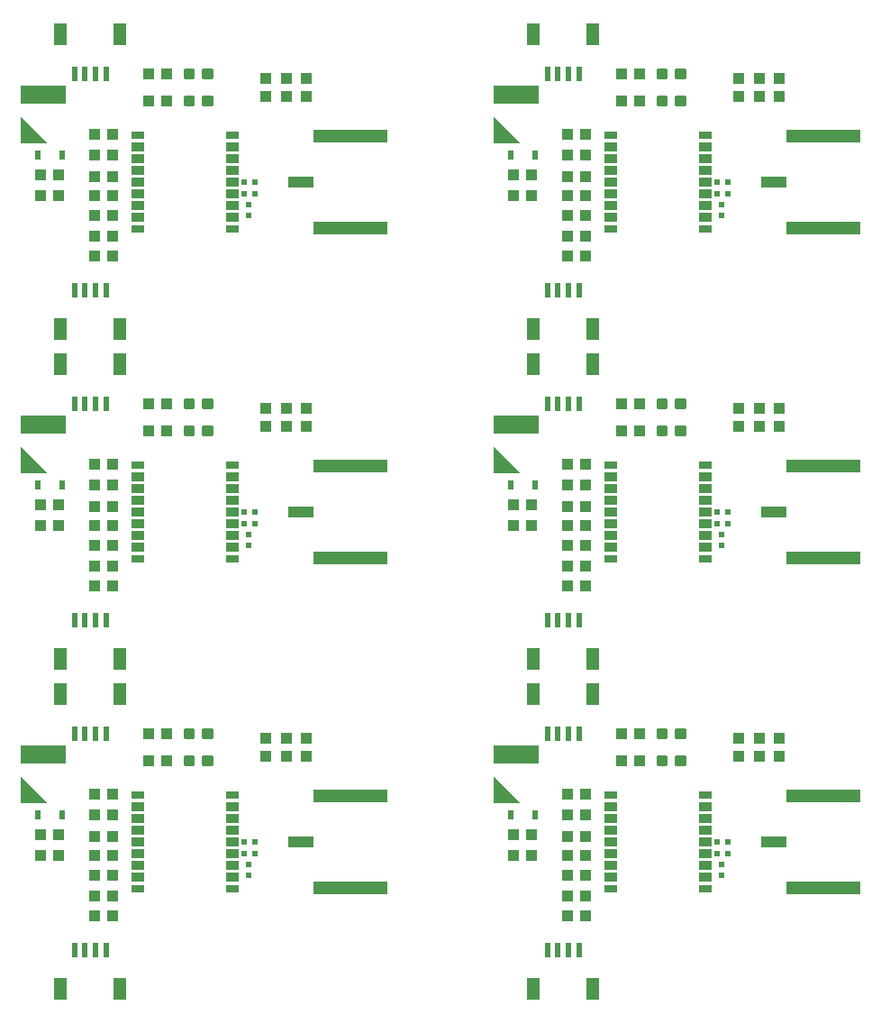
<source format=gtp>
G04 EAGLE Gerber RS-274X export*
G75*
%MOMM*%
%FSLAX34Y34*%
%LPD*%
%INSolderpaste Top*%
%IPPOS*%
%AMOC8*
5,1,8,0,0,1.08239X$1,22.5*%
G01*
%ADD10R,1.200000X2.000000*%
%ADD11R,0.600000X1.350000*%
%ADD12R,1.100000X1.000000*%
%ADD13R,4.200000X1.700000*%
%ADD14C,0.300000*%
%ADD15R,0.630000X0.830000*%
%ADD16R,1.000000X1.100000*%
%ADD17R,0.600000X0.600000*%
%ADD18R,1.300000X0.800000*%
%ADD19R,1.300000X0.900000*%
%ADD20R,2.400000X1.100000*%
%ADD21R,7.000000X1.250000*%

G36*
X505242Y808623D02*
X505242Y808623D01*
X505286Y808626D01*
X505308Y808642D01*
X505334Y808650D01*
X505363Y808683D01*
X505398Y808709D01*
X505408Y808735D01*
X505426Y808755D01*
X505433Y808799D01*
X505448Y808839D01*
X505443Y808866D01*
X505447Y808893D01*
X505429Y808934D01*
X505420Y808976D01*
X505394Y809012D01*
X505390Y809021D01*
X505385Y809025D01*
X505376Y809036D01*
X481376Y833036D01*
X481338Y833057D01*
X481305Y833086D01*
X481278Y833090D01*
X481254Y833103D01*
X481210Y833100D01*
X481167Y833107D01*
X481142Y833096D01*
X481114Y833094D01*
X481079Y833068D01*
X481039Y833050D01*
X481024Y833027D01*
X481002Y833011D01*
X480986Y832970D01*
X480962Y832934D01*
X480955Y832890D01*
X480952Y832881D01*
X480953Y832874D01*
X480951Y832860D01*
X480951Y808860D01*
X480956Y808844D01*
X480953Y808827D01*
X480975Y808777D01*
X480990Y808726D01*
X481003Y808715D01*
X481010Y808699D01*
X481055Y808669D01*
X481095Y808634D01*
X481112Y808631D01*
X481127Y808622D01*
X481200Y808611D01*
X505200Y808611D01*
X505242Y808623D01*
G37*
G36*
X60742Y808623D02*
X60742Y808623D01*
X60786Y808626D01*
X60808Y808642D01*
X60834Y808650D01*
X60863Y808683D01*
X60898Y808709D01*
X60908Y808735D01*
X60926Y808755D01*
X60933Y808799D01*
X60948Y808839D01*
X60943Y808866D01*
X60947Y808893D01*
X60929Y808934D01*
X60920Y808976D01*
X60894Y809012D01*
X60890Y809021D01*
X60885Y809025D01*
X60876Y809036D01*
X36876Y833036D01*
X36838Y833057D01*
X36805Y833086D01*
X36778Y833090D01*
X36754Y833103D01*
X36710Y833100D01*
X36667Y833107D01*
X36642Y833096D01*
X36614Y833094D01*
X36579Y833068D01*
X36539Y833050D01*
X36524Y833027D01*
X36502Y833011D01*
X36486Y832970D01*
X36462Y832934D01*
X36455Y832890D01*
X36452Y832881D01*
X36453Y832874D01*
X36451Y832860D01*
X36451Y808860D01*
X36456Y808844D01*
X36453Y808827D01*
X36475Y808777D01*
X36490Y808726D01*
X36503Y808715D01*
X36510Y808699D01*
X36555Y808669D01*
X36595Y808634D01*
X36612Y808631D01*
X36627Y808622D01*
X36700Y808611D01*
X60700Y808611D01*
X60742Y808623D01*
G37*
G36*
X505242Y498743D02*
X505242Y498743D01*
X505286Y498746D01*
X505308Y498762D01*
X505334Y498770D01*
X505363Y498803D01*
X505398Y498829D01*
X505408Y498855D01*
X505426Y498875D01*
X505433Y498919D01*
X505448Y498959D01*
X505443Y498986D01*
X505447Y499013D01*
X505429Y499054D01*
X505420Y499096D01*
X505394Y499132D01*
X505390Y499141D01*
X505385Y499145D01*
X505376Y499156D01*
X481376Y523156D01*
X481338Y523177D01*
X481305Y523206D01*
X481278Y523210D01*
X481254Y523223D01*
X481210Y523220D01*
X481167Y523227D01*
X481142Y523216D01*
X481114Y523214D01*
X481079Y523188D01*
X481039Y523170D01*
X481024Y523147D01*
X481002Y523131D01*
X480986Y523090D01*
X480962Y523054D01*
X480955Y523010D01*
X480952Y523001D01*
X480953Y522994D01*
X480951Y522980D01*
X480951Y498980D01*
X480956Y498964D01*
X480953Y498947D01*
X480975Y498897D01*
X480990Y498846D01*
X481003Y498835D01*
X481010Y498819D01*
X481055Y498789D01*
X481095Y498754D01*
X481112Y498751D01*
X481127Y498742D01*
X481200Y498731D01*
X505200Y498731D01*
X505242Y498743D01*
G37*
G36*
X60742Y498743D02*
X60742Y498743D01*
X60786Y498746D01*
X60808Y498762D01*
X60834Y498770D01*
X60863Y498803D01*
X60898Y498829D01*
X60908Y498855D01*
X60926Y498875D01*
X60933Y498919D01*
X60948Y498959D01*
X60943Y498986D01*
X60947Y499013D01*
X60929Y499054D01*
X60920Y499096D01*
X60894Y499132D01*
X60890Y499141D01*
X60885Y499145D01*
X60876Y499156D01*
X36876Y523156D01*
X36838Y523177D01*
X36805Y523206D01*
X36778Y523210D01*
X36754Y523223D01*
X36710Y523220D01*
X36667Y523227D01*
X36642Y523216D01*
X36614Y523214D01*
X36579Y523188D01*
X36539Y523170D01*
X36524Y523147D01*
X36502Y523131D01*
X36486Y523090D01*
X36462Y523054D01*
X36455Y523010D01*
X36452Y523001D01*
X36453Y522994D01*
X36451Y522980D01*
X36451Y498980D01*
X36456Y498964D01*
X36453Y498947D01*
X36475Y498897D01*
X36490Y498846D01*
X36503Y498835D01*
X36510Y498819D01*
X36555Y498789D01*
X36595Y498754D01*
X36612Y498751D01*
X36627Y498742D01*
X36700Y498731D01*
X60700Y498731D01*
X60742Y498743D01*
G37*
G36*
X505242Y188863D02*
X505242Y188863D01*
X505286Y188866D01*
X505308Y188882D01*
X505334Y188890D01*
X505363Y188923D01*
X505398Y188949D01*
X505408Y188975D01*
X505426Y188995D01*
X505433Y189039D01*
X505448Y189079D01*
X505443Y189106D01*
X505447Y189133D01*
X505429Y189174D01*
X505420Y189216D01*
X505394Y189252D01*
X505390Y189261D01*
X505385Y189265D01*
X505376Y189276D01*
X481376Y213276D01*
X481338Y213297D01*
X481305Y213326D01*
X481278Y213330D01*
X481254Y213343D01*
X481210Y213340D01*
X481167Y213347D01*
X481142Y213336D01*
X481114Y213334D01*
X481079Y213308D01*
X481039Y213290D01*
X481024Y213267D01*
X481002Y213251D01*
X480986Y213210D01*
X480962Y213174D01*
X480955Y213130D01*
X480952Y213121D01*
X480953Y213114D01*
X480951Y213100D01*
X480951Y189100D01*
X480956Y189084D01*
X480953Y189067D01*
X480975Y189017D01*
X480990Y188966D01*
X481003Y188955D01*
X481010Y188939D01*
X481055Y188909D01*
X481095Y188874D01*
X481112Y188871D01*
X481127Y188862D01*
X481200Y188851D01*
X505200Y188851D01*
X505242Y188863D01*
G37*
G36*
X60742Y188863D02*
X60742Y188863D01*
X60786Y188866D01*
X60808Y188882D01*
X60834Y188890D01*
X60863Y188923D01*
X60898Y188949D01*
X60908Y188975D01*
X60926Y188995D01*
X60933Y189039D01*
X60948Y189079D01*
X60943Y189106D01*
X60947Y189133D01*
X60929Y189174D01*
X60920Y189216D01*
X60894Y189252D01*
X60890Y189261D01*
X60885Y189265D01*
X60876Y189276D01*
X36876Y213276D01*
X36838Y213297D01*
X36805Y213326D01*
X36778Y213330D01*
X36754Y213343D01*
X36710Y213340D01*
X36667Y213347D01*
X36642Y213336D01*
X36614Y213334D01*
X36579Y213308D01*
X36539Y213290D01*
X36524Y213267D01*
X36502Y213251D01*
X36486Y213210D01*
X36462Y213174D01*
X36455Y213130D01*
X36452Y213121D01*
X36453Y213114D01*
X36451Y213100D01*
X36451Y189100D01*
X36456Y189084D01*
X36453Y189067D01*
X36475Y189017D01*
X36490Y188966D01*
X36503Y188955D01*
X36510Y188939D01*
X36555Y188909D01*
X36595Y188874D01*
X36612Y188871D01*
X36627Y188862D01*
X36700Y188851D01*
X60700Y188851D01*
X60742Y188863D01*
G37*
D10*
X73600Y14050D03*
X129600Y14050D03*
D11*
X86600Y50800D03*
X96600Y50800D03*
X106600Y50800D03*
X116600Y50800D03*
D10*
X129600Y290750D03*
X73600Y290750D03*
D11*
X116600Y254000D03*
X106600Y254000D03*
X96600Y254000D03*
X86600Y254000D03*
D12*
X122800Y196850D03*
X105800Y196850D03*
X122800Y177800D03*
X105800Y177800D03*
X55000Y139700D03*
X72000Y139700D03*
D13*
X57500Y234400D03*
D12*
X105800Y82550D03*
X122800Y82550D03*
X105800Y101600D03*
X122800Y101600D03*
D14*
X208470Y250500D02*
X208470Y257500D01*
X215470Y257500D01*
X215470Y250500D01*
X208470Y250500D01*
X208470Y253350D02*
X215470Y253350D01*
X215470Y256200D02*
X208470Y256200D01*
X190930Y257500D02*
X190930Y250500D01*
X190930Y257500D02*
X197930Y257500D01*
X197930Y250500D01*
X190930Y250500D01*
X190930Y253350D02*
X197930Y253350D01*
X197930Y256200D02*
X190930Y256200D01*
D15*
X52000Y177800D03*
X75000Y177800D03*
D12*
X55000Y158750D03*
X72000Y158750D03*
X173600Y254000D03*
X156600Y254000D03*
D16*
X304800Y232800D03*
X304800Y249800D03*
X285750Y232800D03*
X285750Y249800D03*
D14*
X208470Y232100D02*
X208470Y225100D01*
X208470Y232100D02*
X215470Y232100D01*
X215470Y225100D01*
X208470Y225100D01*
X208470Y227950D02*
X215470Y227950D01*
X215470Y230800D02*
X208470Y230800D01*
X190930Y232100D02*
X190930Y225100D01*
X190930Y232100D02*
X197930Y232100D01*
X197930Y225100D01*
X190930Y225100D01*
X190930Y227950D02*
X197930Y227950D01*
X197930Y230800D02*
X190930Y230800D01*
D12*
X173600Y228600D03*
X156600Y228600D03*
D17*
X246460Y140970D03*
X256460Y140970D03*
X256460Y152400D03*
X246460Y152400D03*
D12*
X122800Y139700D03*
X105800Y139700D03*
X122800Y120650D03*
X105800Y120650D03*
D16*
X266700Y232800D03*
X266700Y249800D03*
D12*
X122800Y157480D03*
X105800Y157480D03*
D18*
X146000Y196400D03*
D19*
X146000Y185400D03*
X146000Y174400D03*
X146000Y163400D03*
X146000Y152400D03*
X146000Y141400D03*
X146000Y130400D03*
X146000Y119400D03*
D18*
X146000Y108400D03*
X235000Y108400D03*
D19*
X235000Y119400D03*
X235000Y130400D03*
X235000Y141400D03*
X235000Y152400D03*
X235000Y163400D03*
X235000Y174400D03*
X235000Y185400D03*
D18*
X235000Y196400D03*
D17*
X250190Y120730D03*
X250190Y130730D03*
D20*
X299100Y152400D03*
D21*
X346000Y195450D03*
X346000Y109350D03*
D10*
X518100Y14050D03*
X574100Y14050D03*
D11*
X531100Y50800D03*
X541100Y50800D03*
X551100Y50800D03*
X561100Y50800D03*
D10*
X574100Y290750D03*
X518100Y290750D03*
D11*
X561100Y254000D03*
X551100Y254000D03*
X541100Y254000D03*
X531100Y254000D03*
D12*
X567300Y196850D03*
X550300Y196850D03*
X567300Y177800D03*
X550300Y177800D03*
X499500Y139700D03*
X516500Y139700D03*
D13*
X502000Y234400D03*
D12*
X550300Y82550D03*
X567300Y82550D03*
X550300Y101600D03*
X567300Y101600D03*
D14*
X652970Y250500D02*
X652970Y257500D01*
X659970Y257500D01*
X659970Y250500D01*
X652970Y250500D01*
X652970Y253350D02*
X659970Y253350D01*
X659970Y256200D02*
X652970Y256200D01*
X635430Y257500D02*
X635430Y250500D01*
X635430Y257500D02*
X642430Y257500D01*
X642430Y250500D01*
X635430Y250500D01*
X635430Y253350D02*
X642430Y253350D01*
X642430Y256200D02*
X635430Y256200D01*
D15*
X496500Y177800D03*
X519500Y177800D03*
D12*
X499500Y158750D03*
X516500Y158750D03*
X618100Y254000D03*
X601100Y254000D03*
D16*
X749300Y232800D03*
X749300Y249800D03*
X730250Y232800D03*
X730250Y249800D03*
D14*
X652970Y232100D02*
X652970Y225100D01*
X652970Y232100D02*
X659970Y232100D01*
X659970Y225100D01*
X652970Y225100D01*
X652970Y227950D02*
X659970Y227950D01*
X659970Y230800D02*
X652970Y230800D01*
X635430Y232100D02*
X635430Y225100D01*
X635430Y232100D02*
X642430Y232100D01*
X642430Y225100D01*
X635430Y225100D01*
X635430Y227950D02*
X642430Y227950D01*
X642430Y230800D02*
X635430Y230800D01*
D12*
X618100Y228600D03*
X601100Y228600D03*
D17*
X690960Y140970D03*
X700960Y140970D03*
X700960Y152400D03*
X690960Y152400D03*
D12*
X567300Y139700D03*
X550300Y139700D03*
X567300Y120650D03*
X550300Y120650D03*
D16*
X711200Y232800D03*
X711200Y249800D03*
D12*
X567300Y157480D03*
X550300Y157480D03*
D18*
X590500Y196400D03*
D19*
X590500Y185400D03*
X590500Y174400D03*
X590500Y163400D03*
X590500Y152400D03*
X590500Y141400D03*
X590500Y130400D03*
X590500Y119400D03*
D18*
X590500Y108400D03*
X679500Y108400D03*
D19*
X679500Y119400D03*
X679500Y130400D03*
X679500Y141400D03*
X679500Y152400D03*
X679500Y163400D03*
X679500Y174400D03*
X679500Y185400D03*
D18*
X679500Y196400D03*
D17*
X694690Y120730D03*
X694690Y130730D03*
D20*
X743600Y152400D03*
D21*
X790500Y195450D03*
X790500Y109350D03*
D10*
X73600Y323930D03*
X129600Y323930D03*
D11*
X86600Y360680D03*
X96600Y360680D03*
X106600Y360680D03*
X116600Y360680D03*
D10*
X129600Y600630D03*
X73600Y600630D03*
D11*
X116600Y563880D03*
X106600Y563880D03*
X96600Y563880D03*
X86600Y563880D03*
D12*
X122800Y506730D03*
X105800Y506730D03*
X122800Y487680D03*
X105800Y487680D03*
X55000Y449580D03*
X72000Y449580D03*
D13*
X57500Y544280D03*
D12*
X105800Y392430D03*
X122800Y392430D03*
X105800Y411480D03*
X122800Y411480D03*
D14*
X208470Y560380D02*
X208470Y567380D01*
X215470Y567380D01*
X215470Y560380D01*
X208470Y560380D01*
X208470Y563230D02*
X215470Y563230D01*
X215470Y566080D02*
X208470Y566080D01*
X190930Y567380D02*
X190930Y560380D01*
X190930Y567380D02*
X197930Y567380D01*
X197930Y560380D01*
X190930Y560380D01*
X190930Y563230D02*
X197930Y563230D01*
X197930Y566080D02*
X190930Y566080D01*
D15*
X52000Y487680D03*
X75000Y487680D03*
D12*
X55000Y468630D03*
X72000Y468630D03*
X173600Y563880D03*
X156600Y563880D03*
D16*
X304800Y542680D03*
X304800Y559680D03*
X285750Y542680D03*
X285750Y559680D03*
D14*
X208470Y541980D02*
X208470Y534980D01*
X208470Y541980D02*
X215470Y541980D01*
X215470Y534980D01*
X208470Y534980D01*
X208470Y537830D02*
X215470Y537830D01*
X215470Y540680D02*
X208470Y540680D01*
X190930Y541980D02*
X190930Y534980D01*
X190930Y541980D02*
X197930Y541980D01*
X197930Y534980D01*
X190930Y534980D01*
X190930Y537830D02*
X197930Y537830D01*
X197930Y540680D02*
X190930Y540680D01*
D12*
X173600Y538480D03*
X156600Y538480D03*
D17*
X246460Y450850D03*
X256460Y450850D03*
X256460Y462280D03*
X246460Y462280D03*
D12*
X122800Y449580D03*
X105800Y449580D03*
X122800Y430530D03*
X105800Y430530D03*
D16*
X266700Y542680D03*
X266700Y559680D03*
D12*
X122800Y467360D03*
X105800Y467360D03*
D18*
X146000Y506280D03*
D19*
X146000Y495280D03*
X146000Y484280D03*
X146000Y473280D03*
X146000Y462280D03*
X146000Y451280D03*
X146000Y440280D03*
X146000Y429280D03*
D18*
X146000Y418280D03*
X235000Y418280D03*
D19*
X235000Y429280D03*
X235000Y440280D03*
X235000Y451280D03*
X235000Y462280D03*
X235000Y473280D03*
X235000Y484280D03*
X235000Y495280D03*
D18*
X235000Y506280D03*
D17*
X250190Y430610D03*
X250190Y440610D03*
D20*
X299100Y462280D03*
D21*
X346000Y505330D03*
X346000Y419230D03*
D10*
X518100Y323930D03*
X574100Y323930D03*
D11*
X531100Y360680D03*
X541100Y360680D03*
X551100Y360680D03*
X561100Y360680D03*
D10*
X574100Y600630D03*
X518100Y600630D03*
D11*
X561100Y563880D03*
X551100Y563880D03*
X541100Y563880D03*
X531100Y563880D03*
D12*
X567300Y506730D03*
X550300Y506730D03*
X567300Y487680D03*
X550300Y487680D03*
X499500Y449580D03*
X516500Y449580D03*
D13*
X502000Y544280D03*
D12*
X550300Y392430D03*
X567300Y392430D03*
X550300Y411480D03*
X567300Y411480D03*
D14*
X652970Y560380D02*
X652970Y567380D01*
X659970Y567380D01*
X659970Y560380D01*
X652970Y560380D01*
X652970Y563230D02*
X659970Y563230D01*
X659970Y566080D02*
X652970Y566080D01*
X635430Y567380D02*
X635430Y560380D01*
X635430Y567380D02*
X642430Y567380D01*
X642430Y560380D01*
X635430Y560380D01*
X635430Y563230D02*
X642430Y563230D01*
X642430Y566080D02*
X635430Y566080D01*
D15*
X496500Y487680D03*
X519500Y487680D03*
D12*
X499500Y468630D03*
X516500Y468630D03*
X618100Y563880D03*
X601100Y563880D03*
D16*
X749300Y542680D03*
X749300Y559680D03*
X730250Y542680D03*
X730250Y559680D03*
D14*
X652970Y541980D02*
X652970Y534980D01*
X652970Y541980D02*
X659970Y541980D01*
X659970Y534980D01*
X652970Y534980D01*
X652970Y537830D02*
X659970Y537830D01*
X659970Y540680D02*
X652970Y540680D01*
X635430Y541980D02*
X635430Y534980D01*
X635430Y541980D02*
X642430Y541980D01*
X642430Y534980D01*
X635430Y534980D01*
X635430Y537830D02*
X642430Y537830D01*
X642430Y540680D02*
X635430Y540680D01*
D12*
X618100Y538480D03*
X601100Y538480D03*
D17*
X690960Y450850D03*
X700960Y450850D03*
X700960Y462280D03*
X690960Y462280D03*
D12*
X567300Y449580D03*
X550300Y449580D03*
X567300Y430530D03*
X550300Y430530D03*
D16*
X711200Y542680D03*
X711200Y559680D03*
D12*
X567300Y467360D03*
X550300Y467360D03*
D18*
X590500Y506280D03*
D19*
X590500Y495280D03*
X590500Y484280D03*
X590500Y473280D03*
X590500Y462280D03*
X590500Y451280D03*
X590500Y440280D03*
X590500Y429280D03*
D18*
X590500Y418280D03*
X679500Y418280D03*
D19*
X679500Y429280D03*
X679500Y440280D03*
X679500Y451280D03*
X679500Y462280D03*
X679500Y473280D03*
X679500Y484280D03*
X679500Y495280D03*
D18*
X679500Y506280D03*
D17*
X694690Y430610D03*
X694690Y440610D03*
D20*
X743600Y462280D03*
D21*
X790500Y505330D03*
X790500Y419230D03*
D10*
X73600Y633810D03*
X129600Y633810D03*
D11*
X86600Y670560D03*
X96600Y670560D03*
X106600Y670560D03*
X116600Y670560D03*
D10*
X129600Y910510D03*
X73600Y910510D03*
D11*
X116600Y873760D03*
X106600Y873760D03*
X96600Y873760D03*
X86600Y873760D03*
D12*
X122800Y816610D03*
X105800Y816610D03*
X122800Y797560D03*
X105800Y797560D03*
X55000Y759460D03*
X72000Y759460D03*
D13*
X57500Y854160D03*
D12*
X105800Y702310D03*
X122800Y702310D03*
X105800Y721360D03*
X122800Y721360D03*
D14*
X208470Y870260D02*
X208470Y877260D01*
X215470Y877260D01*
X215470Y870260D01*
X208470Y870260D01*
X208470Y873110D02*
X215470Y873110D01*
X215470Y875960D02*
X208470Y875960D01*
X190930Y877260D02*
X190930Y870260D01*
X190930Y877260D02*
X197930Y877260D01*
X197930Y870260D01*
X190930Y870260D01*
X190930Y873110D02*
X197930Y873110D01*
X197930Y875960D02*
X190930Y875960D01*
D15*
X52000Y797560D03*
X75000Y797560D03*
D12*
X55000Y778510D03*
X72000Y778510D03*
X173600Y873760D03*
X156600Y873760D03*
D16*
X304800Y852560D03*
X304800Y869560D03*
X285750Y852560D03*
X285750Y869560D03*
D14*
X208470Y851860D02*
X208470Y844860D01*
X208470Y851860D02*
X215470Y851860D01*
X215470Y844860D01*
X208470Y844860D01*
X208470Y847710D02*
X215470Y847710D01*
X215470Y850560D02*
X208470Y850560D01*
X190930Y851860D02*
X190930Y844860D01*
X190930Y851860D02*
X197930Y851860D01*
X197930Y844860D01*
X190930Y844860D01*
X190930Y847710D02*
X197930Y847710D01*
X197930Y850560D02*
X190930Y850560D01*
D12*
X173600Y848360D03*
X156600Y848360D03*
D17*
X246460Y760730D03*
X256460Y760730D03*
X256460Y772160D03*
X246460Y772160D03*
D12*
X122800Y759460D03*
X105800Y759460D03*
X122800Y740410D03*
X105800Y740410D03*
D16*
X266700Y852560D03*
X266700Y869560D03*
D12*
X122800Y777240D03*
X105800Y777240D03*
D18*
X146000Y816160D03*
D19*
X146000Y805160D03*
X146000Y794160D03*
X146000Y783160D03*
X146000Y772160D03*
X146000Y761160D03*
X146000Y750160D03*
X146000Y739160D03*
D18*
X146000Y728160D03*
X235000Y728160D03*
D19*
X235000Y739160D03*
X235000Y750160D03*
X235000Y761160D03*
X235000Y772160D03*
X235000Y783160D03*
X235000Y794160D03*
X235000Y805160D03*
D18*
X235000Y816160D03*
D17*
X250190Y740490D03*
X250190Y750490D03*
D20*
X299100Y772160D03*
D21*
X346000Y815210D03*
X346000Y729110D03*
D10*
X518100Y633810D03*
X574100Y633810D03*
D11*
X531100Y670560D03*
X541100Y670560D03*
X551100Y670560D03*
X561100Y670560D03*
D10*
X574100Y910510D03*
X518100Y910510D03*
D11*
X561100Y873760D03*
X551100Y873760D03*
X541100Y873760D03*
X531100Y873760D03*
D12*
X567300Y816610D03*
X550300Y816610D03*
X567300Y797560D03*
X550300Y797560D03*
X499500Y759460D03*
X516500Y759460D03*
D13*
X502000Y854160D03*
D12*
X550300Y702310D03*
X567300Y702310D03*
X550300Y721360D03*
X567300Y721360D03*
D14*
X652970Y870260D02*
X652970Y877260D01*
X659970Y877260D01*
X659970Y870260D01*
X652970Y870260D01*
X652970Y873110D02*
X659970Y873110D01*
X659970Y875960D02*
X652970Y875960D01*
X635430Y877260D02*
X635430Y870260D01*
X635430Y877260D02*
X642430Y877260D01*
X642430Y870260D01*
X635430Y870260D01*
X635430Y873110D02*
X642430Y873110D01*
X642430Y875960D02*
X635430Y875960D01*
D15*
X496500Y797560D03*
X519500Y797560D03*
D12*
X499500Y778510D03*
X516500Y778510D03*
X618100Y873760D03*
X601100Y873760D03*
D16*
X749300Y852560D03*
X749300Y869560D03*
X730250Y852560D03*
X730250Y869560D03*
D14*
X652970Y851860D02*
X652970Y844860D01*
X652970Y851860D02*
X659970Y851860D01*
X659970Y844860D01*
X652970Y844860D01*
X652970Y847710D02*
X659970Y847710D01*
X659970Y850560D02*
X652970Y850560D01*
X635430Y851860D02*
X635430Y844860D01*
X635430Y851860D02*
X642430Y851860D01*
X642430Y844860D01*
X635430Y844860D01*
X635430Y847710D02*
X642430Y847710D01*
X642430Y850560D02*
X635430Y850560D01*
D12*
X618100Y848360D03*
X601100Y848360D03*
D17*
X690960Y760730D03*
X700960Y760730D03*
X700960Y772160D03*
X690960Y772160D03*
D12*
X567300Y759460D03*
X550300Y759460D03*
X567300Y740410D03*
X550300Y740410D03*
D16*
X711200Y852560D03*
X711200Y869560D03*
D12*
X567300Y777240D03*
X550300Y777240D03*
D18*
X590500Y816160D03*
D19*
X590500Y805160D03*
X590500Y794160D03*
X590500Y783160D03*
X590500Y772160D03*
X590500Y761160D03*
X590500Y750160D03*
X590500Y739160D03*
D18*
X590500Y728160D03*
X679500Y728160D03*
D19*
X679500Y739160D03*
X679500Y750160D03*
X679500Y761160D03*
X679500Y772160D03*
X679500Y783160D03*
X679500Y794160D03*
X679500Y805160D03*
D18*
X679500Y816160D03*
D17*
X694690Y740490D03*
X694690Y750490D03*
D20*
X743600Y772160D03*
D21*
X790500Y815210D03*
X790500Y729110D03*
M02*

</source>
